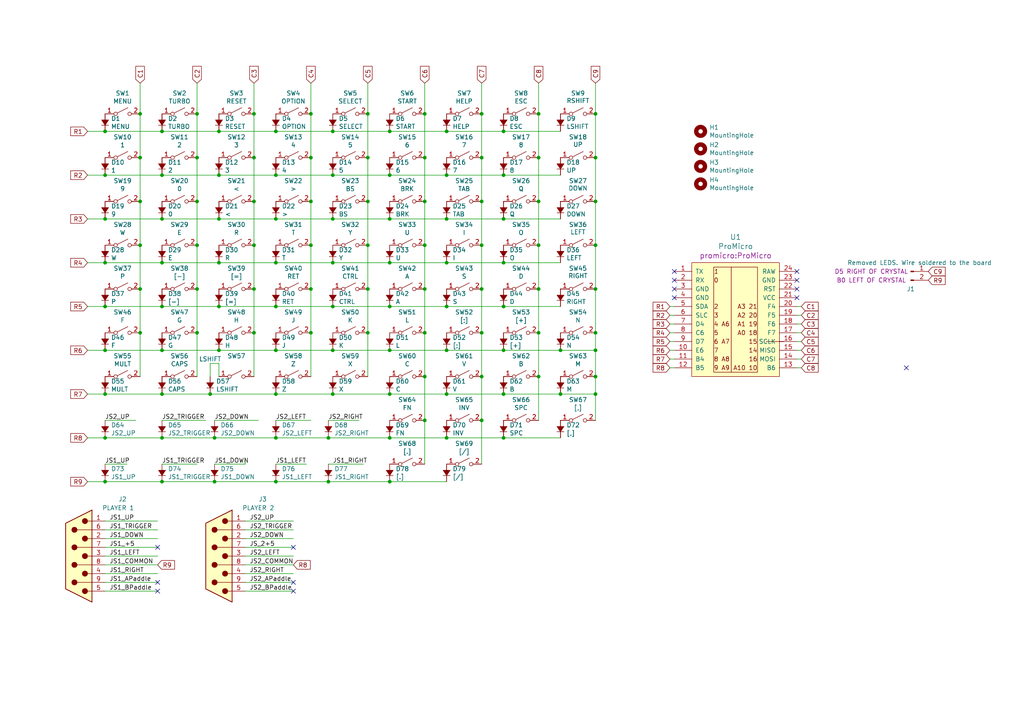
<source format=kicad_sch>
(kicad_sch (version 20210621) (generator eeschema)
  (paper "A4")
  (junction (at 80.01 63.5))
  (junction (at 172.72 96.52))
  (junction (at 96.52 114.3))
  (junction (at 90.17 71.12))
  (junction (at 146.05 38.1))
  (junction (at 40.64 58.42))
  (junction (at 156.21 58.42))
  (junction (at 146.05 114.3))
  (junction (at 60.96 114.3))
  (junction (at 30.48 50.8))
  (junction (at 63.5 76.2))
  (junction (at 113.03 114.3))
  (junction (at 30.48 101.6))
  (junction (at 73.66 58.42))
  (junction (at 139.7 96.52))
  (junction (at 146.05 63.5))
  (junction (at 156.21 109.22))
  (junction (at 80.01 101.6))
  (junction (at 57.15 33.02))
  (junction (at 129.54 114.3))
  (junction (at 80.01 38.1))
  (junction (at 172.72 58.42))
  (junction (at 172.72 101.6))
  (junction (at 113.03 139.7))
  (junction (at 46.99 50.8))
  (junction (at 129.54 38.1))
  (junction (at 80.01 88.9))
  (junction (at 129.54 63.5))
  (junction (at 63.5 101.6))
  (junction (at 129.54 101.6))
  (junction (at 40.64 96.52))
  (junction (at 146.05 76.2))
  (junction (at 73.66 83.82))
  (junction (at 139.7 71.12))
  (junction (at 106.68 71.12))
  (junction (at 123.19 45.72))
  (junction (at 90.17 33.02))
  (junction (at 123.19 109.22))
  (junction (at 96.52 76.2))
  (junction (at 95.25 139.7))
  (junction (at 40.64 83.82))
  (junction (at 172.72 71.12))
  (junction (at 30.48 76.2))
  (junction (at 46.99 38.1))
  (junction (at 40.64 71.12))
  (junction (at 106.68 96.52))
  (junction (at 156.21 83.82))
  (junction (at 113.03 50.8))
  (junction (at 96.52 63.5))
  (junction (at 96.52 38.1))
  (junction (at 40.64 45.72))
  (junction (at 123.19 71.12))
  (junction (at 129.54 50.8))
  (junction (at 106.68 83.82))
  (junction (at 30.48 63.5))
  (junction (at 113.03 76.2))
  (junction (at 30.48 88.9))
  (junction (at 40.64 33.02))
  (junction (at 172.72 45.72))
  (junction (at 46.99 88.9))
  (junction (at 46.99 114.3))
  (junction (at 63.5 38.1))
  (junction (at 80.01 76.2))
  (junction (at 113.03 63.5))
  (junction (at 106.68 58.42))
  (junction (at 63.5 63.5))
  (junction (at 57.15 58.42))
  (junction (at 73.66 96.52))
  (junction (at 156.21 96.52))
  (junction (at 62.23 139.7))
  (junction (at 139.7 121.92))
  (junction (at 30.48 127))
  (junction (at 113.03 88.9))
  (junction (at 73.66 45.72))
  (junction (at 46.99 76.2))
  (junction (at 156.21 71.12))
  (junction (at 30.48 38.1))
  (junction (at 113.03 101.6))
  (junction (at 46.99 139.7))
  (junction (at 146.05 101.6))
  (junction (at 90.17 83.82))
  (junction (at 57.15 71.12))
  (junction (at 96.52 88.9))
  (junction (at 80.01 139.7))
  (junction (at 46.99 101.6))
  (junction (at 63.5 88.9))
  (junction (at 156.21 33.02))
  (junction (at 162.56 114.3))
  (junction (at 139.7 45.72))
  (junction (at 139.7 33.02))
  (junction (at 123.19 33.02))
  (junction (at 57.15 45.72))
  (junction (at 106.68 33.02))
  (junction (at 30.48 139.7))
  (junction (at 146.05 50.8))
  (junction (at 113.03 127))
  (junction (at 57.15 83.82))
  (junction (at 95.25 127))
  (junction (at 62.23 127))
  (junction (at 156.21 45.72))
  (junction (at 80.01 114.3))
  (junction (at 129.54 88.9))
  (junction (at 139.7 109.22))
  (junction (at 30.48 114.3))
  (junction (at 172.72 83.82))
  (junction (at 123.19 58.42))
  (junction (at 162.56 101.6))
  (junction (at 172.72 33.02))
  (junction (at 146.05 88.9))
  (junction (at 63.5 50.8))
  (junction (at 57.15 96.52))
  (junction (at 90.17 96.52))
  (junction (at 46.99 127))
  (junction (at 106.68 45.72))
  (junction (at 123.19 121.92))
  (junction (at 80.01 127))
  (junction (at 146.05 127))
  (junction (at 139.7 58.42))
  (junction (at 73.66 33.02))
  (junction (at 129.54 127))
  (junction (at 73.66 71.12))
  (junction (at 90.17 45.72))
  (junction (at 123.19 83.82))
  (junction (at 129.54 76.2))
  (junction (at 172.72 109.22))
  (junction (at 123.19 96.52))
  (junction (at 46.99 63.5))
  (junction (at 80.01 50.8))
  (junction (at 172.72 114.3))
  (junction (at 96.52 101.6))
  (junction (at 90.17 58.42))
  (junction (at 113.03 38.1))
  (junction (at 96.52 50.8))
  (junction (at 139.7 83.82))
  (no_connect (at 195.58 83.82))
  (no_connect (at 231.14 78.74))
  (no_connect (at 231.14 81.28))
  (no_connect (at 45.72 168.91))
  (no_connect (at 262.89 106.68))
  (no_connect (at 85.09 168.91))
  (no_connect (at 195.58 81.28))
  (no_connect (at 195.58 78.74))
  (no_connect (at 231.14 86.36))
  (no_connect (at 45.72 171.45))
  (no_connect (at 45.72 158.75))
  (no_connect (at 85.09 171.45))
  (no_connect (at 85.09 158.75))
  (no_connect (at 195.58 86.36))
  (no_connect (at 231.14 83.82))
  (wire (pts (xy 60.96 105.41) (xy 60.96 109.22)))
  (wire (pts (xy 46.99 134.62) (xy 57.15 134.62)))
  (wire (pts (xy 57.15 45.72) (xy 57.15 58.42)))
  (wire (pts (xy 156.21 58.42) (xy 156.21 71.12)))
  (wire (pts (xy 172.72 83.82) (xy 172.72 96.52)))
  (wire (pts (xy 73.66 83.82) (xy 73.66 96.52)))
  (wire (pts (xy 30.48 151.13) (xy 45.72 151.13)))
  (wire (pts (xy 129.54 127) (xy 146.05 127)))
  (wire (pts (xy 63.5 63.5) (xy 80.01 63.5)))
  (wire (pts (xy 30.48 121.92) (xy 39.37 121.92)))
  (wire (pts (xy 146.05 50.8) (xy 162.56 50.8)))
  (wire (pts (xy 139.7 121.92) (xy 139.7 134.62)))
  (wire (pts (xy 129.54 76.2) (xy 146.05 76.2)))
  (wire (pts (xy 30.48 127) (xy 46.99 127)))
  (wire (pts (xy 162.56 101.6) (xy 172.72 101.6)))
  (wire (pts (xy 90.17 71.12) (xy 90.17 83.82)))
  (wire (pts (xy 46.99 121.92) (xy 59.69 121.92)))
  (wire (pts (xy 106.68 33.02) (xy 106.68 45.72)))
  (wire (pts (xy 113.03 127) (xy 129.54 127)))
  (wire (pts (xy 25.4 50.8) (xy 30.48 50.8)))
  (wire (pts (xy 46.99 101.6) (xy 63.5 101.6)))
  (wire (pts (xy 231.14 88.9) (xy 232.41 88.9)))
  (wire (pts (xy 194.31 96.52) (xy 195.58 96.52)))
  (wire (pts (xy 30.48 161.29) (xy 45.72 161.29)))
  (wire (pts (xy 73.66 45.72) (xy 73.66 58.42)))
  (wire (pts (xy 146.05 63.5) (xy 162.56 63.5)))
  (wire (pts (xy 172.72 33.02) (xy 172.72 45.72)))
  (wire (pts (xy 113.03 114.3) (xy 129.54 114.3)))
  (wire (pts (xy 63.5 105.41) (xy 63.5 109.22)))
  (wire (pts (xy 71.12 153.67) (xy 85.09 153.67)))
  (wire (pts (xy 40.64 71.12) (xy 40.64 83.82)))
  (wire (pts (xy 40.64 83.82) (xy 40.64 96.52)))
  (wire (pts (xy 80.01 114.3) (xy 96.52 114.3)))
  (wire (pts (xy 194.31 88.9) (xy 195.58 88.9)))
  (wire (pts (xy 73.66 71.12) (xy 73.66 83.82)))
  (wire (pts (xy 96.52 114.3) (xy 113.03 114.3)))
  (wire (pts (xy 30.48 88.9) (xy 46.99 88.9)))
  (wire (pts (xy 146.05 63.5) (xy 146.05 62.23)))
  (wire (pts (xy 30.48 171.45) (xy 45.72 171.45)))
  (wire (pts (xy 30.48 63.5) (xy 46.99 63.5)))
  (wire (pts (xy 194.31 99.06) (xy 195.58 99.06)))
  (wire (pts (xy 30.48 153.67) (xy 45.72 153.67)))
  (wire (pts (xy 106.68 24.13) (xy 106.68 33.02)))
  (wire (pts (xy 25.4 88.9) (xy 30.48 88.9)))
  (wire (pts (xy 172.72 58.42) (xy 172.72 71.12)))
  (wire (pts (xy 156.21 109.22) (xy 156.21 121.92)))
  (wire (pts (xy 231.14 91.44) (xy 232.41 91.44)))
  (wire (pts (xy 106.68 45.72) (xy 106.68 58.42)))
  (wire (pts (xy 95.25 121.92) (xy 104.14 121.92)))
  (wire (pts (xy 96.52 101.6) (xy 113.03 101.6)))
  (wire (pts (xy 80.01 121.92) (xy 90.17 121.92)))
  (wire (pts (xy 96.52 50.8) (xy 113.03 50.8)))
  (wire (pts (xy 46.99 127) (xy 62.23 127)))
  (wire (pts (xy 46.99 139.7) (xy 62.23 139.7)))
  (wire (pts (xy 90.17 58.42) (xy 90.17 71.12)))
  (wire (pts (xy 194.31 91.44) (xy 195.58 91.44)))
  (wire (pts (xy 60.96 114.3) (xy 80.01 114.3)))
  (wire (pts (xy 46.99 88.9) (xy 63.5 88.9)))
  (wire (pts (xy 71.12 134.62) (xy 71.12 133.35)))
  (wire (pts (xy 71.12 166.37) (xy 85.09 166.37)))
  (wire (pts (xy 25.4 101.6) (xy 30.48 101.6)))
  (wire (pts (xy 57.15 24.13) (xy 57.15 33.02)))
  (wire (pts (xy 71.12 151.13) (xy 85.09 151.13)))
  (wire (pts (xy 156.21 33.02) (xy 156.21 45.72)))
  (wire (pts (xy 30.48 101.6) (xy 46.99 101.6)))
  (wire (pts (xy 129.54 114.3) (xy 146.05 114.3)))
  (wire (pts (xy 139.7 71.12) (xy 139.7 83.82)))
  (wire (pts (xy 71.12 168.91) (xy 85.09 168.91)))
  (wire (pts (xy 113.03 38.1) (xy 129.54 38.1)))
  (wire (pts (xy 231.14 99.06) (xy 232.41 99.06)))
  (wire (pts (xy 40.64 45.72) (xy 40.64 58.42)))
  (wire (pts (xy 57.15 83.82) (xy 57.15 96.52)))
  (wire (pts (xy 73.66 24.13) (xy 73.66 33.02)))
  (wire (pts (xy 146.05 114.3) (xy 162.56 114.3)))
  (wire (pts (xy 172.72 45.72) (xy 172.72 58.42)))
  (wire (pts (xy 90.17 45.72) (xy 90.17 58.42)))
  (wire (pts (xy 30.48 114.3) (xy 46.99 114.3)))
  (wire (pts (xy 40.64 24.13) (xy 40.64 33.02)))
  (wire (pts (xy 156.21 24.13) (xy 156.21 33.02)))
  (wire (pts (xy 113.03 101.6) (xy 129.54 101.6)))
  (wire (pts (xy 80.01 88.9) (xy 96.52 88.9)))
  (wire (pts (xy 46.99 63.5) (xy 63.5 63.5)))
  (wire (pts (xy 194.31 93.98) (xy 195.58 93.98)))
  (wire (pts (xy 30.48 166.37) (xy 45.72 166.37)))
  (wire (pts (xy 123.19 109.22) (xy 123.19 121.92)))
  (wire (pts (xy 194.31 106.68) (xy 195.58 106.68)))
  (wire (pts (xy 129.54 88.9) (xy 146.05 88.9)))
  (wire (pts (xy 62.23 127) (xy 80.01 127)))
  (wire (pts (xy 129.54 50.8) (xy 146.05 50.8)))
  (wire (pts (xy 129.54 101.6) (xy 146.05 101.6)))
  (wire (pts (xy 90.17 83.82) (xy 90.17 96.52)))
  (wire (pts (xy 172.72 114.3) (xy 172.72 121.92)))
  (wire (pts (xy 172.72 109.22) (xy 172.72 114.3)))
  (wire (pts (xy 162.56 114.3) (xy 172.72 114.3)))
  (wire (pts (xy 63.5 88.9) (xy 80.01 88.9)))
  (wire (pts (xy 123.19 45.72) (xy 123.19 58.42)))
  (wire (pts (xy 80.01 50.8) (xy 96.52 50.8)))
  (wire (pts (xy 90.17 24.13) (xy 90.17 33.02)))
  (wire (pts (xy 231.14 101.6) (xy 232.41 101.6)))
  (wire (pts (xy 71.12 171.45) (xy 85.09 171.45)))
  (wire (pts (xy 95.25 134.62) (xy 105.41 134.62)))
  (wire (pts (xy 146.05 76.2) (xy 162.56 76.2)))
  (wire (pts (xy 80.01 101.6) (xy 96.52 101.6)))
  (wire (pts (xy 80.01 38.1) (xy 96.52 38.1)))
  (wire (pts (xy 156.21 71.12) (xy 156.21 83.82)))
  (wire (pts (xy 172.72 24.13) (xy 172.72 33.02)))
  (wire (pts (xy 113.03 50.8) (xy 129.54 50.8)))
  (wire (pts (xy 46.99 76.2) (xy 63.5 76.2)))
  (wire (pts (xy 30.48 50.8) (xy 46.99 50.8)))
  (wire (pts (xy 139.7 58.42) (xy 139.7 71.12)))
  (wire (pts (xy 231.14 93.98) (xy 232.41 93.98)))
  (wire (pts (xy 30.48 76.2) (xy 46.99 76.2)))
  (wire (pts (xy 40.64 58.42) (xy 40.64 71.12)))
  (wire (pts (xy 139.7 45.72) (xy 139.7 58.42)))
  (wire (pts (xy 123.19 33.02) (xy 123.19 45.72)))
  (wire (pts (xy 63.5 101.6) (xy 80.01 101.6)))
  (wire (pts (xy 146.05 88.9) (xy 162.56 88.9)))
  (wire (pts (xy 113.03 88.9) (xy 129.54 88.9)))
  (wire (pts (xy 106.68 96.52) (xy 106.68 109.22)))
  (wire (pts (xy 63.5 38.1) (xy 80.01 38.1)))
  (wire (pts (xy 139.7 96.52) (xy 139.7 109.22)))
  (wire (pts (xy 156.21 96.52) (xy 156.21 109.22)))
  (wire (pts (xy 96.52 63.5) (xy 113.03 63.5)))
  (wire (pts (xy 71.12 158.75) (xy 85.09 158.75)))
  (wire (pts (xy 46.99 50.8) (xy 63.5 50.8)))
  (wire (pts (xy 172.72 71.12) (xy 172.72 83.82)))
  (wire (pts (xy 123.19 96.52) (xy 123.19 109.22)))
  (wire (pts (xy 30.48 139.7) (xy 46.99 139.7)))
  (wire (pts (xy 30.48 134.62) (xy 36.83 134.62)))
  (wire (pts (xy 123.19 71.12) (xy 123.19 83.82)))
  (wire (pts (xy 146.05 38.1) (xy 162.56 38.1)))
  (wire (pts (xy 46.99 38.1) (xy 63.5 38.1)))
  (wire (pts (xy 30.48 158.75) (xy 45.72 158.75)))
  (wire (pts (xy 62.23 139.7) (xy 80.01 139.7)))
  (wire (pts (xy 123.19 24.13) (xy 123.19 33.02)))
  (wire (pts (xy 40.64 96.52) (xy 40.64 109.22)))
  (wire (pts (xy 63.5 76.2) (xy 80.01 76.2)))
  (wire (pts (xy 25.4 114.3) (xy 30.48 114.3)))
  (wire (pts (xy 106.68 83.82) (xy 106.68 96.52)))
  (wire (pts (xy 123.19 83.82) (xy 123.19 96.52)))
  (wire (pts (xy 25.4 76.2) (xy 30.48 76.2)))
  (wire (pts (xy 30.48 168.91) (xy 45.72 168.91)))
  (wire (pts (xy 25.4 127) (xy 30.48 127)))
  (wire (pts (xy 25.4 63.5) (xy 30.48 63.5)))
  (wire (pts (xy 123.19 121.92) (xy 123.19 134.62)))
  (wire (pts (xy 73.66 33.02) (xy 73.66 45.72)))
  (wire (pts (xy 139.7 24.13) (xy 139.7 33.02)))
  (wire (pts (xy 73.66 58.42) (xy 73.66 71.12)))
  (wire (pts (xy 106.68 71.12) (xy 106.68 83.82)))
  (wire (pts (xy 30.48 38.1) (xy 46.99 38.1)))
  (wire (pts (xy 80.01 139.7) (xy 95.25 139.7)))
  (wire (pts (xy 63.5 105.41) (xy 60.96 105.41)))
  (wire (pts (xy 231.14 104.14) (xy 232.41 104.14)))
  (wire (pts (xy 156.21 83.82) (xy 156.21 96.52)))
  (wire (pts (xy 57.15 33.02) (xy 57.15 45.72)))
  (wire (pts (xy 194.31 101.6) (xy 195.58 101.6)))
  (wire (pts (xy 30.48 156.21) (xy 45.72 156.21)))
  (wire (pts (xy 231.14 106.68) (xy 232.41 106.68)))
  (wire (pts (xy 80.01 127) (xy 95.25 127)))
  (wire (pts (xy 80.01 63.5) (xy 96.52 63.5)))
  (wire (pts (xy 139.7 109.22) (xy 139.7 121.92)))
  (wire (pts (xy 57.15 96.52) (xy 57.15 109.22)))
  (wire (pts (xy 96.52 38.1) (xy 113.03 38.1)))
  (wire (pts (xy 40.64 33.02) (xy 40.64 45.72)))
  (wire (pts (xy 80.01 134.62) (xy 88.9 134.62)))
  (wire (pts (xy 90.17 33.02) (xy 90.17 45.72)))
  (wire (pts (xy 57.15 58.42) (xy 57.15 71.12)))
  (wire (pts (xy 25.4 38.1) (xy 30.48 38.1)))
  (wire (pts (xy 146.05 127) (xy 162.56 127)))
  (wire (pts (xy 96.52 88.9) (xy 113.03 88.9)))
  (wire (pts (xy 71.12 161.29) (xy 85.09 161.29)))
  (wire (pts (xy 156.21 45.72) (xy 156.21 58.42)))
  (wire (pts (xy 146.05 101.6) (xy 162.56 101.6)))
  (wire (pts (xy 113.03 139.7) (xy 129.54 139.7)))
  (wire (pts (xy 30.48 163.83) (xy 45.72 163.83)))
  (wire (pts (xy 231.14 96.52) (xy 232.41 96.52)))
  (wire (pts (xy 71.12 156.21) (xy 85.09 156.21)))
  (wire (pts (xy 172.72 101.6) (xy 172.72 109.22)))
  (wire (pts (xy 172.72 96.52) (xy 172.72 101.6)))
  (wire (pts (xy 113.03 76.2) (xy 129.54 76.2)))
  (wire (pts (xy 129.54 63.5) (xy 146.05 63.5)))
  (wire (pts (xy 62.23 134.62) (xy 71.12 134.62)))
  (wire (pts (xy 62.23 121.92) (xy 74.93 121.92)))
  (wire (pts (xy 25.4 139.7) (xy 30.48 139.7)))
  (wire (pts (xy 113.03 63.5) (xy 129.54 63.5)))
  (wire (pts (xy 106.68 58.42) (xy 106.68 71.12)))
  (wire (pts (xy 73.66 96.52) (xy 73.66 109.22)))
  (wire (pts (xy 57.15 71.12) (xy 57.15 83.82)))
  (wire (pts (xy 194.31 104.14) (xy 195.58 104.14)))
  (wire (pts (xy 139.7 83.82) (xy 139.7 96.52)))
  (wire (pts (xy 96.52 76.2) (xy 113.03 76.2)))
  (wire (pts (xy 71.12 163.83) (xy 85.09 163.83)))
  (wire (pts (xy 80.01 76.2) (xy 96.52 76.2)))
  (wire (pts (xy 90.17 96.52) (xy 90.17 109.22)))
  (wire (pts (xy 123.19 58.42) (xy 123.19 71.12)))
  (wire (pts (xy 46.99 114.3) (xy 60.96 114.3)))
  (wire (pts (xy 139.7 33.02) (xy 139.7 45.72)))
  (wire (pts (xy 63.5 50.8) (xy 80.01 50.8)))
  (wire (pts (xy 95.25 139.7) (xy 113.03 139.7)))
  (wire (pts (xy 129.54 38.1) (xy 146.05 38.1)))
  (wire (pts (xy 95.25 127) (xy 113.03 127)))
  (label "JS2_UP" (at 72.39 151.13 0))
  (label "JS1_RIGHT" (at 96.52 134.62 0))
  (label "JS1_+5" (at 31.75 158.75 0))
  (label "JS1_TRIGGER" (at 46.99 134.62 0))
  (label "JS1_DOWN" (at 62.23 134.62 0))
  (label "JS2_RIGHT" (at 95.25 121.92 0))
  (label "JS2_UP" (at 30.48 121.92 0))
  (label "JS1_DOWN" (at 31.75 156.21 0))
  (label "JS_2+5" (at 72.39 158.75 0))
  (label "JS2_DOWN" (at 72.39 156.21 0))
  (label "JS1_TRIGGER" (at 31.75 153.67 0))
  (label "JS1_APaddle" (at 31.75 168.91 0))
  (label "JS2_LEFT" (at 80.01 121.92 0))
  (label "JS2_RIGHT" (at 72.39 166.37 0))
  (label "JS1_BPaddle" (at 31.75 171.45 0))
  (label "JS2_TRIGGER" (at 72.39 153.67 0))
  (label "JS1_RIGHT" (at 31.75 166.37 0))
  (label "JS1_UP" (at 31.75 151.13 0))
  (label "JS2_TRIGGER" (at 46.99 121.92 0))
  (label "JS1_COMMON" (at 31.75 163.83 0))
  (label "JS2_APaddle" (at 72.39 168.91 0))
  (label "JS1_UP" (at 30.48 134.62 0))
  (label "JS2_COMMON" (at 72.39 163.83 0))
  (label "JS1_LEFT" (at 31.75 161.29 0))
  (label "JS2_LEFT" (at 72.39 161.29 0))
  (label "JS2_DOWN" (at 62.23 121.92 0))
  (label "JS2_BPaddle" (at 72.39 171.45 0))
  (label "JS1_LEFT" (at 80.01 134.62 0))
  (global_label "R1" (shape input) (at 194.31 88.9 180) (property "Intersheet References" "${INTERSHEET_REFS}" (effects hide)))
  (global_label "C3" (shape input) (at 73.66 24.13 90) (property "Intersheet References" "${INTERSHEET_REFS}" (effects hide)))
  (global_label "R1" (shape input) (at 25.4 38.1 180) (property "Intersheet References" "${INTERSHEET_REFS}" (effects hide)))
  (global_label "R4" (shape input) (at 194.31 96.52 180) (property "Intersheet References" "${INTERSHEET_REFS}" (effects hide)))
  (global_label "C5" (shape input) (at 106.68 24.13 90) (property "Intersheet References" "${INTERSHEET_REFS}" (effects hide)))
  (global_label "R3" (shape input) (at 25.4 63.5 180) (property "Intersheet References" "${INTERSHEET_REFS}" (effects hide)))
  (global_label "C1" (shape input) (at 232.41 88.9 0) (property "Intersheet References" "${INTERSHEET_REFS}" (effects hide)))
  (global_label "C8" (shape input) (at 156.21 24.13 90) (property "Intersheet References" "${INTERSHEET_REFS}" (effects hide)))
  (global_label "R3" (shape input) (at 194.31 93.98 180) (property "Intersheet References" "${INTERSHEET_REFS}" (effects hide)))
  (global_label "R8" (shape input) (at 25.4 127 180) (property "Intersheet References" "${INTERSHEET_REFS}" (effects hide)))
  (global_label "C7" (shape input) (at 139.7 24.13 90) (property "Intersheet References" "${INTERSHEET_REFS}" (effects hide)))
  (global_label "R5" (shape input) (at 25.4 88.9 180) (property "Intersheet References" "${INTERSHEET_REFS}" (effects hide)))
  (global_label "R7" (shape input) (at 25.4 114.3 180) (property "Intersheet References" "${INTERSHEET_REFS}" (effects hide)))
  (global_label "C9" (shape input) (at 269.24 78.74 0) (property "Intersheet References" "${INTERSHEET_REFS}" (effects hide)))
  (global_label "R2" (shape input) (at 25.4 50.8 180) (property "Intersheet References" "${INTERSHEET_REFS}" (effects hide)))
  (global_label "C5" (shape input) (at 232.41 99.06 0) (property "Intersheet References" "${INTERSHEET_REFS}" (effects hide)))
  (global_label "C2" (shape input) (at 57.15 24.13 90) (property "Intersheet References" "${INTERSHEET_REFS}" (effects hide)))
  (global_label "C4" (shape input) (at 90.17 24.13 90) (property "Intersheet References" "${INTERSHEET_REFS}" (effects hide)))
  (global_label "C6" (shape input) (at 232.41 101.6 0) (property "Intersheet References" "${INTERSHEET_REFS}" (effects hide)))
  (global_label "R6" (shape input) (at 25.4 101.6 180) (property "Intersheet References" "${INTERSHEET_REFS}" (effects hide)))
  (global_label "C9" (shape input) (at 172.72 24.13 90) (property "Intersheet References" "${INTERSHEET_REFS}" (effects hide)))
  (global_label "R5" (shape input) (at 194.31 99.06 180) (property "Intersheet References" "${INTERSHEET_REFS}" (effects hide)))
  (global_label "R6" (shape input) (at 194.31 101.6 180) (property "Intersheet References" "${INTERSHEET_REFS}" (effects hide)))
  (global_label "R8" (shape input) (at 85.09 163.83 0) (property "Intersheet References" "${INTERSHEET_REFS}" (effects hide)))
  (global_label "C6" (shape input) (at 123.19 24.13 90) (property "Intersheet References" "${INTERSHEET_REFS}" (effects hide)))
  (global_label "C8" (shape input) (at 232.41 106.68 0) (property "Intersheet References" "${INTERSHEET_REFS}" (effects hide)))
  (global_label "R9" (shape input) (at 25.4 139.7 180) (property "Intersheet References" "${INTERSHEET_REFS}" (effects hide)))
  (global_label "R9" (shape input) (at 269.24 81.28 0) (property "Intersheet References" "${INTERSHEET_REFS}" (effects hide)))
  (global_label "C3" (shape input) (at 232.41 93.98 0) (property "Intersheet References" "${INTERSHEET_REFS}" (effects hide)))
  (global_label "C4" (shape input) (at 232.41 96.52 0) (property "Intersheet References" "${INTERSHEET_REFS}" (effects hide)))
  (global_label "R7" (shape input) (at 194.31 104.14 180) (property "Intersheet References" "${INTERSHEET_REFS}" (effects hide)))
  (global_label "C1" (shape input) (at 40.64 24.13 90) (property "Intersheet References" "${INTERSHEET_REFS}" (effects hide)))
  (global_label "R8" (shape input) (at 194.31 106.68 180) (property "Intersheet References" "${INTERSHEET_REFS}" (effects hide)))
  (global_label "R9" (shape input) (at 45.72 163.83 0) (property "Intersheet References" "${INTERSHEET_REFS}" (effects hide)))
  (global_label "C7" (shape input) (at 232.41 104.14 0) (property "Intersheet References" "${INTERSHEET_REFS}" (effects hide)))
  (global_label "C2" (shape input) (at 232.41 91.44 0) (property "Intersheet References" "${INTERSHEET_REFS}" (effects hide)))
  (global_label "R4" (shape input) (at 25.4 76.2 180) (property "Intersheet References" "${INTERSHEET_REFS}" (effects hide)))
  (global_label "R2" (shape input) (at 194.31 91.44 180) (property "Intersheet References" "${INTERSHEET_REFS}" (effects hide)))
  (symbol (lib_id "Switch:SW_SPST") (at 35.56 33.02 0) (unit 1)
    (property "Reference" "SW1" (at 35.56 27.051 0))
    (property "Value" "MENU" (at 35.56 29.3624 0))
    (property "Footprint" "Button_Switch_Keyboard:SW_Cherry_MX_1.00u_PCB" (effects hide))
  )
  (symbol (lib_id "Device:D_Small_ALT") (at 30.48 35.56 90) (unit 1)
    (property "Reference" "D1" (at 32.2072 34.3916 90) (effects (justify right)))
    (property "Value" "MENU" (at 32.2072 36.703 90) (effects (justify right)))
    (property "Footprint" "Diode_THT:D_A-405_P7.62mm_Horizontal" (effects hide))
  )
  (symbol (lib_id "Device:D_Small_ALT") (at 46.99 35.56 90) (unit 1)
    (property "Reference" "D2" (at 48.7172 34.3916 90) (effects (justify right)))
    (property "Value" "TURBO" (at 48.7172 36.703 90) (effects (justify right)))
    (property "Footprint" "Diode_THT:D_A-405_P7.62mm_Horizontal" (effects hide))
  )
  (symbol (lib_id "Switch:SW_SPST") (at 52.07 33.02 0) (unit 1)
    (property "Reference" "SW2" (at 52.07 27.051 0))
    (property "Value" "TURBO" (at 52.07 29.3624 0))
    (property "Footprint" "Button_Switch_Keyboard:SW_Cherry_MX_1.00u_PCB" (effects hide))
  )
  (symbol (lib_id "Device:D_Small_ALT") (at 63.5 35.56 90) (unit 1)
    (property "Reference" "D3" (at 65.2272 34.3916 90) (effects (justify right)))
    (property "Value" "RESET" (at 65.2272 36.703 90) (effects (justify right)))
    (property "Footprint" "Diode_THT:D_A-405_P7.62mm_Horizontal" (effects hide))
  )
  (symbol (lib_id "Switch:SW_SPST") (at 68.58 33.02 0) (unit 1)
    (property "Reference" "SW3" (at 68.58 27.051 0))
    (property "Value" "RESET" (at 68.58 29.3624 0))
    (property "Footprint" "Button_Switch_Keyboard:SW_Cherry_MX_1.00u_PCB" (effects hide))
  )
  (symbol (lib_id "Device:D_Small_ALT") (at 80.01 35.56 90) (unit 1)
    (property "Reference" "D4" (at 81.7372 34.3916 90) (effects (justify right)))
    (property "Value" "OPTION" (at 81.7372 36.703 90) (effects (justify right)))
    (property "Footprint" "Diode_THT:D_A-405_P7.62mm_Horizontal" (effects hide))
  )
  (symbol (lib_id "Switch:SW_SPST") (at 85.09 33.02 0) (unit 1)
    (property "Reference" "SW4" (at 85.09 27.051 0))
    (property "Value" "OPTION" (at 85.09 29.3624 0))
    (property "Footprint" "Button_Switch_Keyboard:SW_Cherry_MX_1.00u_PCB" (effects hide))
  )
  (symbol (lib_id "Device:D_Small_ALT") (at 96.52 35.56 90) (unit 1)
    (property "Reference" "D5" (at 98.2472 34.3916 90) (effects (justify right)))
    (property "Value" "SELECT" (at 98.2472 36.703 90) (effects (justify right)))
    (property "Footprint" "Diode_THT:D_A-405_P7.62mm_Horizontal" (effects hide))
  )
  (symbol (lib_id "Switch:SW_SPST") (at 101.6 33.02 0) (unit 1)
    (property "Reference" "SW5" (at 101.6 27.051 0))
    (property "Value" "SELECT" (at 101.6 29.3624 0))
    (property "Footprint" "Button_Switch_Keyboard:SW_Cherry_MX_1.00u_PCB" (effects hide))
  )
  (symbol (lib_id "Device:D_Small_ALT") (at 113.03 35.56 90) (unit 1)
    (property "Reference" "D6" (at 114.7572 34.3916 90) (effects (justify right)))
    (property "Value" "START" (at 114.7572 36.703 90) (effects (justify right)))
    (property "Footprint" "Diode_THT:D_A-405_P7.62mm_Horizontal" (effects hide))
  )
  (symbol (lib_id "Switch:SW_SPST") (at 118.11 33.02 0) (unit 1)
    (property "Reference" "SW6" (at 118.11 27.051 0))
    (property "Value" "START" (at 118.11 29.3624 0))
    (property "Footprint" "Button_Switch_Keyboard:SW_Cherry_MX_1.00u_PCB" (effects hide))
  )
  (symbol (lib_id "Device:D_Small_ALT") (at 129.54 35.56 90) (unit 1)
    (property "Reference" "D7" (at 131.2672 34.3916 90) (effects (justify right)))
    (property "Value" "HELP" (at 131.2672 36.703 90) (effects (justify right)))
    (property "Footprint" "Diode_THT:D_A-405_P7.62mm_Horizontal" (effects hide))
  )
  (symbol (lib_id "Switch:SW_SPST") (at 134.62 33.02 0) (unit 1)
    (property "Reference" "SW7" (at 134.62 27.051 0))
    (property "Value" "HELP" (at 134.62 29.3624 0))
    (property "Footprint" "Button_Switch_Keyboard:SW_Cherry_MX_1.00u_PCB" (effects hide))
  )
  (symbol (lib_id "Switch:SW_SPST") (at 151.13 33.02 0) (unit 1)
    (property "Reference" "SW8" (at 151.13 27.051 0))
    (property "Value" "ESC" (at 151.13 29.3624 0))
    (property "Footprint" "Button_Switch_Keyboard:SW_Cherry_MX_1.25u_PCB" (effects hide))
  )
  (symbol (lib_id "Device:D_Small_ALT") (at 30.48 48.26 90) (unit 1)
    (property "Reference" "D10" (at 32.2072 47.0916 90) (effects (justify right)))
    (property "Value" "1" (at 32.2072 49.403 90) (effects (justify right)))
    (property "Footprint" "Diode_THT:D_A-405_P7.62mm_Horizontal" (effects hide))
  )
  (symbol (lib_id "Device:D_Small_ALT") (at 30.48 60.96 90) (unit 1)
    (property "Reference" "D19" (at 32.2072 59.7916 90) (effects (justify right)))
    (property "Value" "9" (at 32.2072 62.103 90) (effects (justify right)))
    (property "Footprint" "Diode_THT:D_A-405_P7.62mm_Horizontal" (effects hide))
  )
  (symbol (lib_id "Device:D_Small_ALT") (at 30.48 73.66 90) (unit 1)
    (property "Reference" "D28" (at 32.2072 72.4916 90) (effects (justify right)))
    (property "Value" "W" (at 32.2072 74.803 90) (effects (justify right)))
    (property "Footprint" "Diode_THT:D_A-405_P7.62mm_Horizontal" (effects hide))
  )
  (symbol (lib_id "Device:D_Small_ALT") (at 30.48 86.36 90) (unit 1)
    (property "Reference" "D37" (at 32.2072 85.1916 90) (effects (justify right)))
    (property "Value" "P" (at 32.2072 87.503 90) (effects (justify right)))
    (property "Footprint" "Diode_THT:D_A-405_P7.62mm_Horizontal" (effects hide))
  )
  (symbol (lib_id "Device:D_Small_ALT") (at 30.48 99.06 90) (unit 1)
    (property "Reference" "D46" (at 32.2072 97.8916 90) (effects (justify right)))
    (property "Value" "F" (at 32.2072 100.203 90) (effects (justify right)))
    (property "Footprint" "Diode_THT:D_A-405_P7.62mm_Horizontal" (effects hide))
  )
  (symbol (lib_id "Device:D_Small_ALT") (at 30.48 111.76 90) (unit 1)
    (property "Reference" "D55" (at 32.2072 110.5916 90) (effects (justify right)))
    (property "Value" "MULT" (at 32.2072 112.903 90) (effects (justify right)))
    (property "Footprint" "Diode_THT:D_A-405_P7.62mm_Horizontal" (effects hide))
  )
  (symbol (lib_id "Device:D_Small_ALT") (at 162.56 99.06 90) (unit 1)
    (property "Reference" "D54" (at 164.2872 97.8916 90) (effects (justify right)))
    (property "Value" "N" (at 164.2872 100.203 90) (effects (justify right)))
    (property "Footprint" "Diode_THT:D_A-405_P7.62mm_Horizontal" (effects hide))
  )
  (symbol (lib_id "Device:D_Small_ALT") (at 46.99 48.26 90) (unit 1)
    (property "Reference" "D11" (at 48.7172 47.0916 90) (effects (justify right)))
    (property "Value" "2" (at 48.7172 49.403 90) (effects (justify right)))
    (property "Footprint" "Diode_THT:D_A-405_P7.62mm_Horizontal" (effects hide))
  )
  (symbol (lib_id "Device:D_Small_ALT") (at 63.5 48.26 90) (unit 1)
    (property "Reference" "D12" (at 65.2272 47.0916 90) (effects (justify right)))
    (property "Value" "3" (at 65.2272 49.403 90) (effects (justify right)))
    (property "Footprint" "Diode_THT:D_A-405_P7.62mm_Horizontal" (effects hide))
  )
  (symbol (lib_id "Device:D_Small_ALT") (at 80.01 48.26 90) (unit 1)
    (property "Reference" "D13" (at 81.7372 47.0916 90) (effects (justify right)))
    (property "Value" "4" (at 81.7372 49.403 90) (effects (justify right)))
    (property "Footprint" "Diode_THT:D_A-405_P7.62mm_Horizontal" (effects hide))
  )
  (symbol (lib_id "Device:D_Small_ALT") (at 96.52 48.26 90) (unit 1)
    (property "Reference" "D14" (at 98.2472 47.0916 90) (effects (justify right)))
    (property "Value" "5" (at 98.2472 49.403 90) (effects (justify right)))
    (property "Footprint" "Diode_THT:D_A-405_P7.62mm_Horizontal" (effects hide))
  )
  (symbol (lib_id "Device:D_Small_ALT") (at 113.03 48.26 90) (unit 1)
    (property "Reference" "D15" (at 114.7572 47.0916 90) (effects (justify right)))
    (property "Value" "6" (at 114.7572 49.403 90) (effects (justify right)))
    (property "Footprint" "Diode_THT:D_A-405_P7.62mm_Horizontal" (effects hide))
  )
  (symbol (lib_id "Device:D_Small_ALT") (at 129.54 48.26 90) (unit 1)
    (property "Reference" "D16" (at 131.2672 47.0916 90) (effects (justify right)))
    (property "Value" "7" (at 131.2672 49.403 90) (effects (justify right)))
    (property "Footprint" "Diode_THT:D_A-405_P7.62mm_Horizontal" (effects hide))
  )
  (symbol (lib_id "Device:D_Small_ALT") (at 146.05 48.26 90) (unit 1)
    (property "Reference" "D17" (at 147.7772 47.0916 90) (effects (justify right)))
    (property "Value" "8" (at 147.7772 49.403 90) (effects (justify right)))
    (property "Footprint" "Diode_THT:D_A-405_P7.62mm_Horizontal" (effects hide))
  )
  (symbol (lib_id "Device:D_Small_ALT") (at 46.99 60.96 90) (unit 1)
    (property "Reference" "D20" (at 48.7172 59.7916 90) (effects (justify right)))
    (property "Value" "0" (at 48.7172 62.103 90) (effects (justify right)))
    (property "Footprint" "Diode_THT:D_A-405_P7.62mm_Horizontal" (effects hide))
  )
  (symbol (lib_id "Device:D_Small_ALT") (at 46.99 73.66 90) (unit 1)
    (property "Reference" "D29" (at 48.7172 72.4916 90) (effects (justify right)))
    (property "Value" "E" (at 48.7172 74.803 90) (effects (justify right)))
    (property "Footprint" "Diode_THT:D_A-405_P7.62mm_Horizontal" (effects hide))
  )
  (symbol (lib_id "Device:D_Small_ALT") (at 46.99 86.36 90) (unit 1)
    (property "Reference" "D38" (at 48.7172 85.1916 90) (effects (justify right)))
    (property "Value" "[-]" (at 48.7172 87.503 90) (effects (justify right)))
    (property "Footprint" "Diode_THT:D_A-405_P7.62mm_Horizontal" (effects hide))
  )
  (symbol (lib_id "Device:D_Small_ALT") (at 46.99 99.06 90) (unit 1)
    (property "Reference" "D47" (at 48.7172 97.8916 90) (effects (justify right)))
    (property "Value" "G" (at 48.7172 100.203 90) (effects (justify right)))
    (property "Footprint" "Diode_THT:D_A-405_P7.62mm_Horizontal" (effects hide))
  )
  (symbol (lib_id "Device:D_Small_ALT") (at 46.99 111.76 90) (unit 1)
    (property "Reference" "D56" (at 48.7172 110.5916 90) (effects (justify right)))
    (property "Value" "CAPS" (at 48.7172 112.903 90) (effects (justify right)))
    (property "Footprint" "Diode_THT:D_A-405_P7.62mm_Horizontal" (effects hide))
  )
  (symbol (lib_id "Device:D_Small_ALT") (at 162.56 111.76 90) (unit 1)
    (property "Reference" "D63" (at 164.2872 110.5916 90) (effects (justify right)))
    (property "Value" "M" (at 164.2872 112.903 90) (effects (justify right)))
    (property "Footprint" "Diode_THT:D_A-405_P7.62mm_Horizontal" (effects hide))
  )
  (symbol (lib_id "Device:D_Small_ALT") (at 63.5 60.96 90) (unit 1)
    (property "Reference" "D21" (at 65.2272 59.7916 90) (effects (justify right)))
    (property "Value" "<" (at 65.2272 62.103 90) (effects (justify right)))
    (property "Footprint" "Diode_THT:D_A-405_P7.62mm_Horizontal" (effects hide))
  )
  (symbol (lib_id "Device:D_Small_ALT") (at 63.5 73.66 90) (unit 1)
    (property "Reference" "D30" (at 65.2272 72.4916 90) (effects (justify right)))
    (property "Value" "R" (at 65.2272 74.803 90) (effects (justify right)))
    (property "Footprint" "Diode_THT:D_A-405_P7.62mm_Horizontal" (effects hide))
  )
  (symbol (lib_id "Device:D_Small_ALT") (at 63.5 86.36 90) (unit 1)
    (property "Reference" "D39" (at 65.2272 85.1916 90) (effects (justify right)))
    (property "Value" "[=]" (at 65.2272 87.503 90) (effects (justify right)))
    (property "Footprint" "Diode_THT:D_A-405_P7.62mm_Horizontal" (effects hide))
  )
  (symbol (lib_id "Device:D_Small_ALT") (at 63.5 99.06 90) (unit 1)
    (property "Reference" "D48" (at 65.2272 97.8916 90) (effects (justify right)))
    (property "Value" "H" (at 65.2272 100.203 90) (effects (justify right)))
    (property "Footprint" "Diode_THT:D_A-405_P7.62mm_Horizontal" (effects hide))
  )
  (symbol (lib_id "Device:D_Small_ALT") (at 162.56 35.56 90) (unit 1)
    (property "Reference" "D9" (at 164.2872 34.3916 90) (effects (justify right)))
    (property "Value" "LSHIFT" (at 164.2872 36.703 90) (effects (justify right)))
    (property "Footprint" "Diode_THT:D_A-405_P7.62mm_Horizontal" (effects hide))
  )
  (symbol (lib_id "Device:D_Small_ALT") (at 162.56 124.46 90) (unit 1)
    (property "Reference" "D72" (at 164.2872 123.2916 90) (effects (justify right)))
    (property "Value" "[,]" (at 164.2872 125.603 90) (effects (justify right)))
    (property "Footprint" "Diode_THT:D_A-405_P7.62mm_Horizontal" (effects hide))
  )
  (symbol (lib_id "Device:D_Small_ALT") (at 80.01 60.96 90) (unit 1)
    (property "Reference" "D22" (at 81.7372 59.7916 90) (effects (justify right)))
    (property "Value" ">" (at 81.7372 62.103 90) (effects (justify right)))
    (property "Footprint" "Diode_THT:D_A-405_P7.62mm_Horizontal" (effects hide))
  )
  (symbol (lib_id "Device:D_Small_ALT") (at 80.01 73.66 90) (unit 1)
    (property "Reference" "D31" (at 81.7372 72.4916 90) (effects (justify right)))
    (property "Value" "T" (at 81.7372 74.803 90) (effects (justify right)))
    (property "Footprint" "Diode_THT:D_A-405_P7.62mm_Horizontal" (effects hide))
  )
  (symbol (lib_id "Device:D_Small_ALT") (at 80.01 86.36 90) (unit 1)
    (property "Reference" "D40" (at 81.7372 85.1916 90) (effects (justify right)))
    (property "Value" "RET" (at 81.7372 87.503 90) (effects (justify right)))
    (property "Footprint" "Diode_THT:D_A-405_P7.62mm_Horizontal" (effects hide))
  )
  (symbol (lib_id "Device:D_Small_ALT") (at 80.01 99.06 90) (unit 1)
    (property "Reference" "D49" (at 81.7372 97.8916 90) (effects (justify right)))
    (property "Value" "J" (at 81.7372 100.203 90) (effects (justify right)))
    (property "Footprint" "Diode_THT:D_A-405_P7.62mm_Horizontal" (effects hide))
  )
  (symbol (lib_id "Device:D_Small_ALT") (at 80.01 111.76 90) (unit 1)
    (property "Reference" "D58" (at 81.7372 110.5916 90) (effects (justify right)))
    (property "Value" "Z" (at 81.7372 112.903 90) (effects (justify right)))
    (property "Footprint" "Diode_THT:D_A-405_P7.62mm_Horizontal" (effects hide))
  )
  (symbol (lib_id "Device:D_Small_ALT") (at 113.03 137.16 90) (unit 1)
    (property "Reference" "D78" (at 114.7572 135.9916 90) (effects (justify right)))
    (property "Value" "[.]" (at 114.7572 138.303 90) (effects (justify right)))
    (property "Footprint" "Diode_THT:D_A-405_P7.62mm_Horizontal" (effects hide))
  )
  (symbol (lib_id "Device:D_Small_ALT") (at 96.52 60.96 90) (unit 1)
    (property "Reference" "D23" (at 98.2472 59.7916 90) (effects (justify right)))
    (property "Value" "BS" (at 98.2472 62.103 90) (effects (justify right)))
    (property "Footprint" "Diode_THT:D_A-405_P7.62mm_Horizontal" (effects hide))
  )
  (symbol (lib_id "Device:D_Small_ALT") (at 96.52 73.66 90) (unit 1)
    (property "Reference" "D32" (at 98.2472 72.4916 90) (effects (justify right)))
    (property "Value" "Y" (at 98.2472 74.803 90) (effects (justify right)))
    (property "Footprint" "Diode_THT:D_A-405_P7.62mm_Horizontal" (effects hide))
  )
  (symbol (lib_id "Device:D_Small_ALT") (at 96.52 86.36 90) (unit 1)
    (property "Reference" "D41" (at 98.2472 85.1916 90) (effects (justify right)))
    (property "Value" "CTRL" (at 98.2472 87.503 90) (effects (justify right)))
    (property "Footprint" "Diode_THT:D_A-405_P7.62mm_Horizontal" (effects hide))
  )
  (symbol (lib_id "Device:D_Small_ALT") (at 96.52 99.06 90) (unit 1)
    (property "Reference" "D50" (at 98.2472 97.8916 90) (effects (justify right)))
    (property "Value" "K" (at 98.2472 100.203 90) (effects (justify right)))
    (property "Footprint" "Diode_THT:D_A-405_P7.62mm_Horizontal" (effects hide))
  )
  (symbol (lib_id "Device:D_Small_ALT") (at 96.52 111.76 90) (unit 1)
    (property "Reference" "D59" (at 98.2472 110.5916 90) (effects (justify right)))
    (property "Value" "X" (at 98.2472 112.903 90) (effects (justify right)))
    (property "Footprint" "Diode_THT:D_A-405_P7.62mm_Horizontal" (effects hide))
  )
  (symbol (lib_id "Device:D_Small_ALT") (at 129.54 137.16 90) (unit 1)
    (property "Reference" "D79" (at 131.2672 135.9916 90) (effects (justify right)))
    (property "Value" "[/]" (at 131.2672 138.303 90) (effects (justify right)))
    (property "Footprint" "Diode_THT:D_A-405_P7.62mm_Horizontal" (effects hide))
  )
  (symbol (lib_id "Device:D_Small_ALT") (at 113.03 60.96 90) (unit 1)
    (property "Reference" "D24" (at 114.7572 59.7916 90) (effects (justify right)))
    (property "Value" "BRK" (at 114.7572 62.103 90) (effects (justify right)))
    (property "Footprint" "Diode_THT:D_A-405_P7.62mm_Horizontal" (effects hide))
  )
  (symbol (lib_id "Device:D_Small_ALT") (at 113.03 73.66 90) (unit 1)
    (property "Reference" "D33" (at 114.7572 72.4916 90) (effects (justify right)))
    (property "Value" "U" (at 114.7572 74.803 90) (effects (justify right)))
    (property "Footprint" "Diode_THT:D_A-405_P7.62mm_Horizontal" (effects hide))
  )
  (symbol (lib_id "Device:D_Small_ALT") (at 113.03 86.36 90) (unit 1)
    (property "Reference" "D42" (at 114.7572 85.1916 90) (effects (justify right)))
    (property "Value" "A" (at 114.7572 87.503 90) (effects (justify right)))
    (property "Footprint" "Diode_THT:D_A-405_P7.62mm_Horizontal" (effects hide))
  )
  (symbol (lib_id "Device:D_Small_ALT") (at 113.03 99.06 90) (unit 1)
    (property "Reference" "D51" (at 114.7572 97.8916 90) (effects (justify right)))
    (property "Value" "L" (at 114.7572 100.203 90) (effects (justify right)))
    (property "Footprint" "Diode_THT:D_A-405_P7.62mm_Horizontal" (effects hide))
  )
  (symbol (lib_id "Device:D_Small_ALT") (at 113.03 111.76 90) (unit 1)
    (property "Reference" "D60" (at 114.7572 110.5916 90) (effects (justify right)))
    (property "Value" "C" (at 114.7572 112.903 90) (effects (justify right)))
    (property "Footprint" "Diode_THT:D_A-405_P7.62mm_Horizontal" (effects hide))
  )
  (symbol (lib_id "Device:D_Small_ALT") (at 113.03 124.46 90) (unit 1)
    (property "Reference" "D69" (at 114.7572 123.2916 90) (effects (justify right)))
    (property "Value" "FN" (at 114.7572 125.603 90) (effects (justify right)))
    (property "Footprint" "Diode_THT:D_A-405_P7.62mm_Horizontal" (effects hide))
  )
  (symbol (lib_id "Device:D_Small_ALT") (at 129.54 60.96 90) (unit 1)
    (property "Reference" "D25" (at 131.2672 59.7916 90) (effects (justify right)))
    (property "Value" "TAB" (at 131.2672 62.103 90) (effects (justify right)))
    (property "Footprint" "Diode_THT:D_A-405_P7.62mm_Horizontal" (effects hide))
  )
  (symbol (lib_id "Device:D_Small_ALT") (at 129.54 73.66 90) (unit 1)
    (property "Reference" "D34" (at 131.2672 72.4916 90) (effects (justify right)))
    (property "Value" "I" (at 131.2672 74.803 90) (effects (justify right)))
    (property "Footprint" "Diode_THT:D_A-405_P7.62mm_Horizontal" (effects hide))
  )
  (symbol (lib_id "Device:D_Small_ALT") (at 129.54 86.36 90) (unit 1)
    (property "Reference" "D43" (at 131.2672 85.1916 90) (effects (justify right)))
    (property "Value" "S" (at 131.2672 87.503 90) (effects (justify right)))
    (property "Footprint" "Diode_THT:D_A-405_P7.62mm_Horizontal" (effects hide))
  )
  (symbol (lib_id "Device:D_Small_ALT") (at 129.54 99.06 90) (unit 1)
    (property "Reference" "D52" (at 131.2672 97.8916 90) (effects (justify right)))
    (property "Value" "[;]" (at 131.2672 100.203 90) (effects (justify right)))
    (property "Footprint" "Diode_THT:D_A-405_P7.62mm_Horizontal" (effects hide))
  )
  (symbol (lib_id "Device:D_Small_ALT") (at 129.54 111.76 90) (unit 1)
    (property "Reference" "D61" (at 131.2672 110.5916 90) (effects (justify right)))
    (property "Value" "V" (at 131.2672 112.903 90) (effects (justify right)))
    (property "Footprint" "Diode_THT:D_A-405_P7.62mm_Horizontal" (effects hide))
  )
  (symbol (lib_id "Device:D_Small_ALT") (at 129.54 124.46 90) (unit 1)
    (property "Reference" "D70" (at 131.2672 123.2916 90) (effects (justify right)))
    (property "Value" "INV" (at 131.2672 125.603 90) (effects (justify right)))
    (property "Footprint" "Diode_THT:D_A-405_P7.62mm_Horizontal" (effects hide))
  )
  (symbol (lib_id "Device:D_Small_ALT") (at 146.05 60.96 90) (unit 1)
    (property "Reference" "D26" (at 147.7772 59.7916 90) (effects (justify right)))
    (property "Value" "Q" (at 147.7772 62.103 90) (effects (justify right)))
    (property "Footprint" "Diode_THT:D_A-405_P7.62mm_Horizontal" (effects hide))
  )
  (symbol (lib_id "Device:D_Small_ALT") (at 146.05 73.66 90) (unit 1)
    (property "Reference" "D35" (at 147.7772 72.4916 90) (effects (justify right)))
    (property "Value" "O" (at 147.7772 74.803 90) (effects (justify right)))
    (property "Footprint" "Diode_THT:D_A-405_P7.62mm_Horizontal" (effects hide))
  )
  (symbol (lib_id "Device:D_Small_ALT") (at 146.05 86.36 90) (unit 1)
    (property "Reference" "D44" (at 147.7772 85.1916 90) (effects (justify right)))
    (property "Value" "D" (at 147.7772 87.503 90) (effects (justify right)))
    (property "Footprint" "Diode_THT:D_A-405_P7.62mm_Horizontal" (effects hide))
  )
  (symbol (lib_id "Device:D_Small_ALT") (at 146.05 99.06 90) (unit 1)
    (property "Reference" "D53" (at 147.7772 97.8916 90) (effects (justify right)))
    (property "Value" "[+]" (at 147.7772 100.203 90) (effects (justify right)))
    (property "Footprint" "Diode_THT:D_A-405_P7.62mm_Horizontal" (effects hide))
  )
  (symbol (lib_id "Device:D_Small_ALT") (at 146.05 111.76 90) (unit 1)
    (property "Reference" "D62" (at 147.7772 110.5916 90) (effects (justify right)))
    (property "Value" "B" (at 147.7772 112.903 90) (effects (justify right)))
    (property "Footprint" "Diode_THT:D_A-405_P7.62mm_Horizontal" (effects hide))
  )
  (symbol (lib_id "Device:D_Small_ALT") (at 146.05 124.46 90) (unit 1)
    (property "Reference" "D71" (at 147.7772 123.2916 90) (effects (justify right)))
    (property "Value" "SPC" (at 147.7772 125.603 90) (effects (justify right)))
    (property "Footprint" "Diode_THT:D_A-405_P7.62mm_Horizontal" (effects hide))
  )
  (symbol (lib_id "Switch:SW_SPST") (at 35.56 45.72 0) (unit 1)
    (property "Reference" "SW10" (at 35.56 39.751 0))
    (property "Value" "1" (at 35.56 42.0624 0))
    (property "Footprint" "Button_Switch_Keyboard:SW_Cherry_MX_1.00u_PCB" (effects hide))
  )
  (symbol (lib_id "Switch:SW_SPST") (at 35.56 58.42 0) (unit 1)
    (property "Reference" "SW19" (at 35.56 52.451 0))
    (property "Value" "9" (at 35.56 54.7624 0))
    (property "Footprint" "Button_Switch_Keyboard:SW_Cherry_MX_1.00u_PCB" (effects hide))
  )
  (symbol (lib_id "Switch:SW_SPST") (at 35.56 71.12 0) (unit 1)
    (property "Reference" "SW28" (at 35.56 65.151 0))
    (property "Value" "W" (at 35.56 67.4624 0))
    (property "Footprint" "Button_Switch_Keyboard:SW_Cherry_MX_1.00u_PCB" (effects hide))
  )
  (symbol (lib_id "Switch:SW_SPST") (at 35.56 83.82 0) (unit 1)
    (property "Reference" "SW37" (at 35.56 77.851 0))
    (property "Value" "P" (at 35.56 80.1624 0))
    (property "Footprint" "Button_Switch_Keyboard:SW_Cherry_MX_1.00u_PCB" (effects hide))
  )
  (symbol (lib_id "Switch:SW_SPST") (at 35.56 96.52 0) (unit 1)
    (property "Reference" "SW46" (at 35.56 90.551 0))
    (property "Value" "F" (at 35.56 92.8624 0))
    (property "Footprint" "Button_Switch_Keyboard:SW_Cherry_MX_1.00u_PCB" (effects hide))
  )
  (symbol (lib_id "Switch:SW_SPST") (at 35.56 109.22 0) (unit 1)
    (property "Reference" "SW55" (at 35.56 103.251 0))
    (property "Value" "MULT" (at 35.56 105.5624 0))
    (property "Footprint" "Button_Switch_Keyboard:SW_Cherry_MX_1.00u_PCB" (effects hide))
  )
  (symbol (lib_id "Switch:SW_SPST") (at 167.64 96.52 0) (unit 1)
    (property "Reference" "SW54" (at 167.64 90.551 0))
    (property "Value" "N" (at 167.64 92.8624 0))
    (property "Footprint" "Button_Switch_Keyboard:SW_Cherry_MX_1.00u_PCB" (effects hide))
  )
  (symbol (lib_id "Switch:SW_SPST") (at 52.07 45.72 0) (unit 1)
    (property "Reference" "SW11" (at 52.07 39.751 0))
    (property "Value" "2" (at 52.07 42.0624 0))
    (property "Footprint" "Button_Switch_Keyboard:SW_Cherry_MX_1.00u_PCB" (effects hide))
  )
  (symbol (lib_id "Switch:SW_SPST") (at 52.07 58.42 0) (unit 1)
    (property "Reference" "SW20" (at 52.07 52.451 0))
    (property "Value" "0" (at 52.07 54.7624 0))
    (property "Footprint" "Button_Switch_Keyboard:SW_Cherry_MX_1.00u_PCB" (effects hide))
  )
  (symbol (lib_id "Switch:SW_SPST") (at 52.07 71.12 0) (unit 1)
    (property "Reference" "SW29" (at 52.07 65.151 0))
    (property "Value" "E" (at 52.07 67.4624 0))
    (property "Footprint" "Button_Switch_Keyboard:SW_Cherry_MX_1.00u_PCB" (effects hide))
  )
  (symbol (lib_id "Switch:SW_SPST") (at 52.07 83.82 0) (unit 1)
    (property "Reference" "SW38" (at 52.07 77.851 0))
    (property "Value" "[-]" (at 52.07 80.1624 0))
    (property "Footprint" "Button_Switch_Keyboard:SW_Cherry_MX_1.00u_PCB" (effects hide))
  )
  (symbol (lib_id "Switch:SW_SPST") (at 52.07 96.52 0) (unit 1)
    (property "Reference" "SW47" (at 52.07 90.551 0))
    (property "Value" "G" (at 52.07 92.8624 0))
    (property "Footprint" "Button_Switch_Keyboard:SW_Cherry_MX_1.00u_PCB" (effects hide))
  )
  (symbol (lib_id "Switch:SW_SPST") (at 52.07 109.22 0) (unit 1)
    (property "Reference" "SW56" (at 52.07 103.251 0))
    (property "Value" "CAPS" (at 52.07 105.5624 0))
    (property "Footprint" "Button_Switch_Keyboard:SW_Cherry_MX_1.25u_PCB" (effects hide))
  )
  (symbol (lib_id "Switch:SW_SPST") (at 167.64 109.22 0) (unit 1)
    (property "Reference" "SW63" (at 167.64 103.251 0))
    (property "Value" "M" (at 167.64 105.5624 0))
    (property "Footprint" "Button_Switch_Keyboard:SW_Cherry_MX_1.00u_PCB" (effects hide))
  )
  (symbol (lib_id "Switch:SW_SPST") (at 68.58 45.72 0) (unit 1)
    (property "Reference" "SW12" (at 68.58 39.751 0))
    (property "Value" "3" (at 68.58 42.0624 0))
    (property "Footprint" "Button_Switch_Keyboard:SW_Cherry_MX_1.00u_PCB" (effects hide))
  )
  (symbol (lib_id "Switch:SW_SPST") (at 68.58 58.42 0) (unit 1)
    (property "Reference" "SW21" (at 68.58 52.451 0))
    (property "Value" "<" (at 68.58 54.7624 0))
    (property "Footprint" "Button_Switch_Keyboard:SW_Cherry_MX_1.00u_PCB" (effects hide))
  )
  (symbol (lib_id "Switch:SW_SPST") (at 68.58 71.12 0) (unit 1)
    (property "Reference" "SW30" (at 68.58 65.151 0))
    (property "Value" "R" (at 68.58 67.4624 0))
    (property "Footprint" "Button_Switch_Keyboard:SW_Cherry_MX_1.00u_PCB" (effects hide))
  )
  (symbol (lib_id "Switch:SW_SPST") (at 68.58 83.82 0) (unit 1)
    (property "Reference" "SW39" (at 68.58 77.851 0))
    (property "Value" "[=]" (at 68.58 80.1624 0))
    (property "Footprint" "Button_Switch_Keyboard:SW_Cherry_MX_1.00u_PCB" (effects hide))
  )
  (symbol (lib_id "Switch:SW_SPST") (at 68.58 96.52 0) (unit 1)
    (property "Reference" "SW48" (at 68.58 90.551 0))
    (property "Value" "H" (at 68.58 92.8624 0))
    (property "Footprint" "Button_Switch_Keyboard:SW_Cherry_MX_1.00u_PCB" (effects hide))
  )
  (symbol (lib_id "Switch:SW_SPST") (at 68.58 109.22 0) (unit 1)
    (property "Reference" "SW57" (at 68.58 103.251 0))
    (property "Value" "LSHIFT" (at 60.96 104.14 0))
    (property "Footprint" "Button_Switch_Keyboard:SW_Cherry_MX_2.25u_PCB" (effects hide))
  )
  (symbol (lib_id "Switch:SW_SPST") (at 167.64 121.92 0) (unit 1)
    (property "Reference" "SW67" (at 167.64 115.951 0))
    (property "Value" "[,]" (at 167.64 118.2624 0))
    (property "Footprint" "Button_Switch_Keyboard:SW_Cherry_MX_1.00u_PCB" (effects hide))
  )
  (symbol (lib_id "Switch:SW_SPST") (at 85.09 45.72 0) (unit 1)
    (property "Reference" "SW13" (at 85.09 39.751 0))
    (property "Value" "4" (at 85.09 42.0624 0))
    (property "Footprint" "Button_Switch_Keyboard:SW_Cherry_MX_1.00u_PCB" (effects hide))
  )
  (symbol (lib_id "Switch:SW_SPST") (at 85.09 58.42 0) (unit 1)
    (property "Reference" "SW22" (at 85.09 52.451 0))
    (property "Value" ">" (at 85.09 54.7624 0))
    (property "Footprint" "Button_Switch_Keyboard:SW_Cherry_MX_1.00u_PCB" (effects hide))
  )
  (symbol (lib_id "Switch:SW_SPST") (at 85.09 71.12 0) (unit 1)
    (property "Reference" "SW31" (at 85.09 65.151 0))
    (property "Value" "T" (at 85.09 67.4624 0))
    (property "Footprint" "Button_Switch_Keyboard:SW_Cherry_MX_1.00u_PCB" (effects hide))
  )
  (symbol (lib_id "Switch:SW_SPST") (at 85.09 83.82 0) (unit 1)
    (property "Reference" "SW40" (at 85.09 77.851 0))
    (property "Value" "RET" (at 85.09 80.1624 0))
    (property "Footprint" "Button_Switch_Keyboard:SW_Cherry_MX_1.50u_PCB" (effects hide))
  )
  (symbol (lib_id "Switch:SW_SPST") (at 85.09 96.52 0) (unit 1)
    (property "Reference" "SW49" (at 85.09 90.551 0))
    (property "Value" "J" (at 85.09 92.8624 0))
    (property "Footprint" "Button_Switch_Keyboard:SW_Cherry_MX_1.00u_PCB" (effects hide))
  )
  (symbol (lib_id "Switch:SW_SPST") (at 85.09 109.22 0) (unit 1)
    (property "Reference" "SW58" (at 85.09 103.251 0))
    (property "Value" "Z" (at 85.09 105.5624 0))
    (property "Footprint" "Button_Switch_Keyboard:SW_Cherry_MX_1.00u_PCB" (effects hide))
  )
  (symbol (lib_id "Switch:SW_SPST") (at 118.11 134.62 0) (unit 1)
    (property "Reference" "SW68" (at 118.11 128.651 0))
    (property "Value" "[.]" (at 118.11 130.9624 0))
    (property "Footprint" "Button_Switch_Keyboard:SW_Cherry_MX_1.00u_PCB" (effects hide))
  )
  (symbol (lib_id "Switch:SW_SPST") (at 101.6 45.72 0) (unit 1)
    (property "Reference" "SW14" (at 101.6 39.751 0))
    (property "Value" "5" (at 101.6 42.0624 0))
    (property "Footprint" "Button_Switch_Keyboard:SW_Cherry_MX_1.00u_PCB" (effects hide))
  )
  (symbol (lib_id "Switch:SW_SPST") (at 101.6 58.42 0) (unit 1)
    (property "Reference" "SW23" (at 101.6 52.451 0))
    (property "Value" "BS" (at 101.6 54.7624 0))
    (property "Footprint" "Button_Switch_Keyboard:SW_Cherry_MX_2.00u_PCB" (effects hide))
  )
  (symbol (lib_id "Switch:SW_SPST") (at 101.6 71.12 0) (unit 1)
    (property "Reference" "SW32" (at 101.6 65.151 0))
    (property "Value" "Y" (at 101.6 67.4624 0))
    (property "Footprint" "Button_Switch_Keyboard:SW_Cherry_MX_1.00u_PCB" (effects hide))
  )
  (symbol (lib_id "Switch:SW_SPST") (at 101.6 83.82 0) (unit 1)
    (property "Reference" "SW41" (at 101.6 77.851 0))
    (property "Value" "CTRL" (at 101.6 80.1624 0))
    (property "Footprint" "Button_Switch_Keyboard:SW_Cherry_MX_2.00u_PCB" (effects hide))
  )
  (symbol (lib_id "Switch:SW_SPST") (at 101.6 96.52 0) (unit 1)
    (property "Reference" "SW50" (at 101.6 90.551 0))
    (property "Value" "K" (at 101.6 92.8624 0))
    (property "Footprint" "Button_Switch_Keyboard:SW_Cherry_MX_1.00u_PCB" (effects hide))
  )
  (symbol (lib_id "Switch:SW_SPST") (at 101.6 109.22 0) (unit 1)
    (property "Reference" "SW59" (at 101.6 103.251 0))
    (property "Value" "X" (at 101.6 105.5624 0))
    (property "Footprint" "Button_Switch_Keyboard:SW_Cherry_MX_1.00u_PCB" (effects hide))
  )
  (symbol (lib_id "Switch:SW_SPST") (at 134.62 134.62 0) (unit 1)
    (property "Reference" "SW69" (at 134.62 128.651 0))
    (property "Value" "[/]" (at 134.62 130.9624 0))
    (property "Footprint" "Button_Switch_Keyboard:SW_Cherry_MX_1.00u_PCB" (effects hide))
  )
  (symbol (lib_id "Switch:SW_SPST") (at 118.11 45.72 0) (unit 1)
    (property "Reference" "SW15" (at 118.11 39.751 0))
    (property "Value" "6" (at 118.11 42.0624 0))
    (property "Footprint" "Button_Switch_Keyboard:SW_Cherry_MX_1.00u_PCB" (effects hide))
  )
  (symbol (lib_id "Switch:SW_SPST") (at 118.11 58.42 0) (unit 1)
    (property "Reference" "SW24" (at 118.11 52.451 0))
    (property "Value" "BRK" (at 118.11 54.7624 0))
    (property "Footprint" "Button_Switch_Keyboard:SW_Cherry_MX_1.00u_PCB" (effects hide))
  )
  (symbol (lib_id "Switch:SW_SPST") (at 118.11 71.12 0) (unit 1)
    (property "Reference" "SW33" (at 118.11 65.151 0))
    (property "Value" "U" (at 118.11 67.4624 0))
    (property "Footprint" "Button_Switch_Keyboard:SW_Cherry_MX_1.00u_PCB" (effects hide))
  )
  (symbol (lib_id "Switch:SW_SPST") (at 118.11 83.82 0) (unit 1)
    (property "Reference" "SW42" (at 118.11 77.851 0))
    (property "Value" "A" (at 118.11 80.1624 0))
    (property "Footprint" "Button_Switch_Keyboard:SW_Cherry_MX_1.00u_PCB" (effects hide))
  )
  (symbol (lib_id "Switch:SW_SPST") (at 118.11 96.52 0) (unit 1)
    (property "Reference" "SW51" (at 118.11 90.551 0))
    (property "Value" "L" (at 118.11 92.8624 0))
    (property "Footprint" "Button_Switch_Keyboard:SW_Cherry_MX_1.00u_PCB" (effects hide))
  )
  (symbol (lib_id "Switch:SW_SPST") (at 118.11 109.22 0) (unit 1)
    (property "Reference" "SW60" (at 118.11 103.251 0))
    (property "Value" "C" (at 118.11 105.5624 0))
    (property "Footprint" "Button_Switch_Keyboard:SW_Cherry_MX_1.00u_PCB" (effects hide))
  )
  (symbol (lib_id "Switch:SW_SPST") (at 118.11 121.92 0) (unit 1)
    (property "Reference" "SW64" (at 118.11 115.951 0))
    (property "Value" "FN" (at 118.11 118.2624 0))
    (property "Footprint" "Button_Switch_Keyboard:SW_Cherry_MX_1.75u_PCB" (effects hide))
  )
  (symbol (lib_id "Switch:SW_SPST") (at 134.62 45.72 0) (unit 1)
    (property "Reference" "SW16" (at 134.62 39.751 0))
    (property "Value" "7" (at 134.62 42.0624 0))
    (property "Footprint" "Button_Switch_Keyboard:SW_Cherry_MX_1.00u_PCB" (effects hide))
  )
  (symbol (lib_id "Switch:SW_SPST") (at 134.62 58.42 0) (unit 1)
    (property "Reference" "SW25" (at 134.62 52.451 0))
    (property "Value" "TAB" (at 134.62 54.7624 0))
    (property "Footprint" "Button_Switch_Keyboard:SW_Cherry_MX_1.75u_PCB" (effects hide))
  )
  (symbol (lib_id "Switch:SW_SPST") (at 134.62 71.12 0) (unit 1)
    (property "Reference" "SW34" (at 134.62 65.151 0))
    (property "Value" "I" (at 134.62 67.4624 0))
    (property "Footprint" "Button_Switch_Keyboard:SW_Cherry_MX_1.00u_PCB" (effects hide))
  )
  (symbol (lib_id "Switch:SW_SPST") (at 134.62 83.82 0) (unit 1)
    (property "Reference" "SW43" (at 134.62 77.851 0))
    (property "Value" "S" (at 134.62 80.1624 0))
    (property "Footprint" "Button_Switch_Keyboard:SW_Cherry_MX_1.00u_PCB" (effects hide))
  )
  (symbol (lib_id "Switch:SW_SPST") (at 134.62 96.52 0) (unit 1)
    (property "Reference" "SW52" (at 134.62 90.551 0))
    (property "Value" "[;]" (at 134.62 92.8624 0))
    (property "Footprint" "Button_Switch_Keyboard:SW_Cherry_MX_1.00u_PCB" (effects hide))
  )
  (symbol (lib_id "Switch:SW_SPST") (at 134.62 109.22 0) (unit 1)
    (property "Reference" "SW61" (at 134.62 103.251 0))
    (property "Value" "V" (at 134.62 105.5624 0))
    (property "Footprint" "Button_Switch_Keyboard:SW_Cherry_MX_1.00u_PCB" (effects hide))
  )
  (symbol (lib_id "Switch:SW_SPST") (at 134.62 121.92 0) (unit 1)
    (property "Reference" "SW65" (at 134.62 115.951 0))
    (property "Value" "INV" (at 134.62 118.2624 0))
    (property "Footprint" "Button_Switch_Keyboard:SW_Cherry_MX_1.00u_PCB" (effects hide))
  )
  (symbol (lib_id "Switch:SW_SPST") (at 151.13 45.72 0) (unit 1)
    (property "Reference" "SW17" (at 151.13 39.751 0))
    (property "Value" "8" (at 151.13 42.0624 0))
    (property "Footprint" "Button_Switch_Keyboard:SW_Cherry_MX_1.00u_PCB" (effects hide))
  )
  (symbol (lib_id "Switch:SW_SPST") (at 151.13 58.42 0) (unit 1)
    (property "Reference" "SW26" (at 151.13 52.451 0))
    (property "Value" "Q" (at 151.13 54.7624 0))
    (property "Footprint" "Button_Switch_Keyboard:SW_Cherry_MX_1.00u_PCB" (effects hide))
  )
  (symbol (lib_id "Switch:SW_SPST") (at 151.13 71.12 0) (unit 1)
    (property "Reference" "SW35" (at 151.13 65.151 0))
    (property "Value" "O" (at 151.13 67.4624 0))
    (property "Footprint" "Button_Switch_Keyboard:SW_Cherry_MX_1.00u_PCB" (effects hide))
  )
  (symbol (lib_id "Switch:SW_SPST") (at 151.13 83.82 0) (unit 1)
    (property "Reference" "SW44" (at 151.13 77.851 0))
    (property "Value" "D" (at 151.13 80.1624 0))
    (property "Footprint" "Button_Switch_Keyboard:SW_Cherry_MX_1.00u_PCB" (effects hide))
  )
  (symbol (lib_id "Switch:SW_SPST") (at 151.13 96.52 0) (unit 1)
    (property "Reference" "SW53" (at 151.13 90.551 0))
    (property "Value" "[+]" (at 151.13 92.8624 0))
    (property "Footprint" "Button_Switch_Keyboard:SW_Cherry_MX_1.00u_PCB" (effects hide))
  )
  (symbol (lib_id "Switch:SW_SPST") (at 151.13 109.22 0) (unit 1)
    (property "Reference" "SW62" (at 151.13 103.251 0))
    (property "Value" "B" (at 151.13 105.5624 0))
    (property "Footprint" "Button_Switch_Keyboard:SW_Cherry_MX_1.00u_PCB" (effects hide))
  )
  (symbol (lib_id "Switch:SW_SPST") (at 151.13 121.92 0) (unit 1)
    (property "Reference" "SW66" (at 151.13 115.951 0))
    (property "Value" "SPC" (at 151.13 118.2624 0))
    (property "Footprint" "Button_Switch_Keyboard:SW_Cherry_MX_6.25u_PCB" (effects hide))
  )
  (symbol (lib_id "promicro:ProMicro") (at 213.36 97.79 0) (unit 1)
    (property "Reference" "U1" (at 213.36 68.7578 0) (effects (font (size 1.524 1.524))))
    (property "Value" "ProMicro" (at 213.36 71.4502 0) (effects (font (size 1.524 1.524))))
    (property "Footprint" "promicro:ProMicro" (at 213.36 74.1426 0) (effects (font (size 1.524 1.524))))
  )
  (symbol (lib_id "Mechanical:MountingHole") (at 203.2 38.1 0) (unit 1)
    (property "Reference" "H1" (at 205.74 36.9316 0) (effects (justify left)))
    (property "Value" "MountingHole" (at 205.74 39.243 0) (effects (justify left)))
    (property "Footprint" "MountingHole:MountingHole_3.2mm_M3" (effects hide))
  )
  (symbol (lib_id "Mechanical:MountingHole") (at 203.2 43.18 0) (unit 1)
    (property "Reference" "H2" (at 205.74 42.0116 0) (effects (justify left)))
    (property "Value" "MountingHole" (at 205.74 44.323 0) (effects (justify left)))
    (property "Footprint" "MountingHole:MountingHole_3.2mm_M3" (effects hide))
  )
  (symbol (lib_id "Mechanical:MountingHole") (at 203.2 48.26 0) (unit 1)
    (property "Reference" "H3" (at 205.74 47.0916 0) (effects (justify left)))
    (property "Value" "MountingHole" (at 205.74 49.403 0) (effects (justify left)))
    (property "Footprint" "MountingHole:MountingHole_3.2mm_M3" (effects hide))
  )
  (symbol (lib_id "Mechanical:MountingHole") (at 203.2 53.34 0) (unit 1)
    (property "Reference" "H4" (at 205.74 52.1716 0) (effects (justify left)))
    (property "Value" "MountingHole" (at 205.74 54.483 0) (effects (justify left)))
    (property "Footprint" "MountingHole:MountingHole_3.2mm_M3" (effects hide))
  )
  (symbol (lib_id "Switch:SW_SPST") (at 167.64 33.02 0) (unit 1)
    (property "Reference" "SW9" (at 167.64 27.051 0))
    (property "Value" "RSHIFT" (at 167.64 29.21 0))
    (property "Footprint" "Button_Switch_Keyboard:SW_Cherry_MX_1.75u_PCB" (effects hide))
  )
  (symbol (lib_id "Device:D_Small_ALT") (at 146.05 35.56 90) (unit 1)
    (property "Reference" "D8" (at 147.7772 34.3916 90) (effects (justify right)))
    (property "Value" "ESC" (at 147.7772 36.703 90) (effects (justify right)))
    (property "Footprint" "Diode_THT:D_A-405_P7.62mm_Horizontal" (effects hide))
  )
  (symbol (lib_id "Device:D_Small_ALT") (at 60.96 111.76 90) (unit 1)
    (property "Reference" "D57" (at 62.6872 110.5916 90) (effects (justify right)))
    (property "Value" "LSHIFT" (at 62.6872 112.903 90) (effects (justify right)))
    (property "Footprint" "Diode_THT:D_A-405_P7.62mm_Horizontal" (effects hide))
  )
  (symbol (lib_id "Connector:Conn_01x02_Male") (at 264.16 78.74 0) (unit 1)
    (property "Reference" "J1" (at 264.16 83.82 0))
    (property "Value" "Removed LEDS. Wire soldered to the board" (at 266.7 76.2 0))
    (property "Footprint" "Connector_PinSocket_2.54mm:PinSocket_1x02_P2.54mm_Vertical" (effects hide))
    (property "Field4" "B0 LEFT OF CRYSTAL" (at 252.73 81.28 0))
    (property "Field5" "D5 RIGHT OF CRYSTAL" (at 252.73 78.74 0))
  )
  (symbol (lib_id "Switch:SW_SPST") (at 167.64 45.72 0) (unit 1)
    (property "Reference" "SW18" (at 167.64 39.751 0))
    (property "Value" "UP" (at 167.64 41.91 0))
    (property "Footprint" "Button_Switch_Keyboard:SW_Cherry_MX_1.00u_PCB" (effects hide))
  )
  (symbol (lib_id "Device:D_Small_ALT") (at 162.56 48.26 90) (unit 1)
    (property "Reference" "D18" (at 164.2872 47.0916 90) (effects (justify right)))
    (property "Value" "UP" (at 164.2872 49.403 90) (effects (justify right)))
    (property "Footprint" "Diode_THT:D_A-405_P7.62mm_Horizontal" (effects hide))
  )
  (symbol (lib_id "Switch:SW_SPST") (at 167.64 58.42 0) (unit 1)
    (property "Reference" "SW27" (at 167.64 52.451 0))
    (property "Value" "DOWN" (at 167.64 54.61 0))
    (property "Footprint" "Button_Switch_Keyboard:SW_Cherry_MX_1.00u_PCB" (effects hide))
  )
  (symbol (lib_id "Device:D_Small_ALT") (at 162.56 60.96 90) (unit 1)
    (property "Reference" "D27" (at 164.2872 59.7916 90) (effects (justify right)))
    (property "Value" "DOWN" (at 164.2872 62.103 90) (effects (justify right)))
    (property "Footprint" "Diode_THT:D_A-405_P7.62mm_Horizontal" (effects hide))
  )
  (symbol (lib_id "Switch:SW_SPST") (at 167.64 71.12 0) (unit 1)
    (property "Reference" "SW36" (at 167.64 65.151 0))
    (property "Value" "LEFT" (at 167.64 67.31 0))
    (property "Footprint" "Button_Switch_Keyboard:SW_Cherry_MX_1.00u_PCB" (effects hide))
  )
  (symbol (lib_id "Device:D_Small_ALT") (at 162.56 73.66 90) (unit 1)
    (property "Reference" "D36" (at 164.2872 72.4916 90) (effects (justify right)))
    (property "Value" "LEFT" (at 164.2872 74.803 90) (effects (justify right)))
    (property "Footprint" "Diode_THT:D_A-405_P7.62mm_Horizontal" (effects hide))
  )
  (symbol (lib_id "Switch:SW_SPST") (at 167.64 83.82 0) (unit 1)
    (property "Reference" "SW45" (at 167.64 77.851 0))
    (property "Value" "RIGHT" (at 167.64 80.01 0))
    (property "Footprint" "Button_Switch_Keyboard:SW_Cherry_MX_1.00u_PCB" (effects hide))
  )
  (symbol (lib_id "Device:D_Small_ALT") (at 162.56 86.36 90) (unit 1)
    (property "Reference" "D45" (at 164.2872 85.1916 90) (effects (justify right)))
    (property "Value" "RIGHT" (at 164.2872 87.503 90) (effects (justify right)))
    (property "Footprint" "Diode_THT:D_A-405_P7.62mm_Horizontal" (effects hide))
  )
  (symbol (lib_id "Connector:DB9_Male") (at 22.86 161.29 180) (unit 1)
    (property "Reference" "J2" (at 35.56 144.78 0))
    (property "Value" "PLAYER 1" (at 34.29 147.32 0))
    (property "Footprint" "Connector_Dsub:DSUB-9_Male_Horizontal_P2.77x2.84mm_EdgePinOffset9.90mm_Housed_MountingHolesOffset11.32mm" (effects hide))
    (property "Datasheet" " ~" (effects hide))
  )
  (symbol (lib_id "Device:D_Small_ALT") (at 30.48 124.46 90) (unit 1)
    (property "Reference" "D64" (at 32.2072 123.2916 90) (effects (justify right)))
    (property "Value" "JS2_UP" (at 32.2072 125.603 90) (effects (justify right)))
    (property "Footprint" "Diode_THT:D_A-405_P7.62mm_Horizontal" (effects hide))
  )
  (symbol (lib_id "Device:D_Small_ALT") (at 46.99 137.16 90) (unit 1)
    (property "Reference" "D74" (at 48.7172 135.9916 90) (effects (justify right)))
    (property "Value" "JS1_TRIGGER" (at 48.7172 138.303 90) (effects (justify right)))
    (property "Footprint" "Diode_THT:D_A-405_P7.62mm_Horizontal" (effects hide))
  )
  (symbol (lib_id "Device:D_Small_ALT") (at 62.23 137.16 90) (unit 1)
    (property "Reference" "D75" (at 63.9572 135.9916 90) (effects (justify right)))
    (property "Value" "JS1_DOWN" (at 63.9572 138.303 90) (effects (justify right)))
    (property "Footprint" "Diode_THT:D_A-405_P7.62mm_Horizontal" (effects hide))
  )
  (symbol (lib_id "Device:D_Small_ALT") (at 80.01 137.16 90) (unit 1)
    (property "Reference" "D76" (at 81.7372 135.9916 90) (effects (justify right)))
    (property "Value" "JS1_LEFT" (at 81.7372 138.303 90) (effects (justify right)))
    (property "Footprint" "Diode_THT:D_A-405_P7.62mm_Horizontal" (effects hide))
  )
  (symbol (lib_id "Device:D_Small_ALT") (at 95.25 137.16 90) (unit 1)
    (property "Reference" "D77" (at 96.9772 135.9916 90) (effects (justify right)))
    (property "Value" "JS1_RIGHT" (at 96.9772 138.303 90) (effects (justify right)))
    (property "Footprint" "Diode_THT:D_A-405_P7.62mm_Horizontal" (effects hide))
  )
  (symbol (lib_id "Connector:DB9_Male") (at 63.5 161.29 180) (unit 1)
    (property "Reference" "J3" (at 76.2 144.78 0))
    (property "Value" "PLAYER 2" (at 74.93 147.32 0))
    (property "Footprint" "Connector_Dsub:DSUB-9_Male_Horizontal_P2.77x2.84mm_EdgePinOffset9.90mm_Housed_MountingHolesOffset11.32mm" (effects hide))
    (property "Datasheet" " ~" (effects hide))
  )
  (symbol (lib_id "Device:D_Small_ALT") (at 30.48 137.16 90) (unit 1)
    (property "Reference" "D73" (at 32.2072 135.9916 90) (effects (justify right)))
    (property "Value" "JS1_UP" (at 32.2072 138.303 90) (effects (justify right)))
    (property "Footprint" "Diode_THT:D_A-405_P7.62mm_Horizontal" (effects hide))
  )
  (symbol (lib_id "Device:D_Small_ALT") (at 46.99 124.46 90) (unit 1)
    (property "Reference" "D65" (at 48.7172 123.2916 90) (effects (justify right)))
    (property "Value" "JS2_TRIGGER" (at 48.7172 125.603 90) (effects (justify right)))
    (property "Footprint" "Diode_THT:D_A-405_P7.62mm_Horizontal" (effects hide))
  )
  (symbol (lib_id "Device:D_Small_ALT") (at 62.23 124.46 90) (unit 1)
    (property "Reference" "D66" (at 63.9572 123.2916 90) (effects (justify right)))
    (property "Value" "JS2_DOWN" (at 63.9572 125.603 90) (effects (justify right)))
    (property "Footprint" "Diode_THT:D_A-405_P7.62mm_Horizontal" (effects hide))
  )
  (symbol (lib_id "Device:D_Small_ALT") (at 80.01 124.46 90) (unit 1)
    (property "Reference" "D67" (at 81.7372 123.2916 90) (effects (justify right)))
    (property "Value" "JS2_LEFT" (at 81.7372 125.603 90) (effects (justify right)))
    (property "Footprint" "Diode_THT:D_A-405_P7.62mm_Horizontal" (effects hide))
  )
  (symbol (lib_id "Device:D_Small_ALT") (at 95.25 124.46 90) (unit 1)
    (property "Reference" "D68" (at 96.9772 123.2916 90) (effects (justify right)))
    (property "Value" "JS2_RIGHT" (at 96.9772 125.603 90) (effects (justify right)))
    (property "Footprint" "Diode_THT:D_A-405_P7.62mm_Horizontal" (effects hide))
  )
)
</source>
